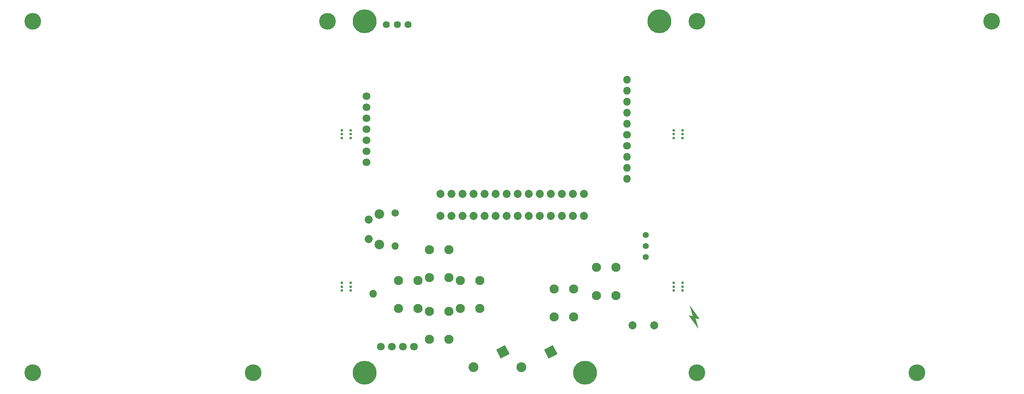
<source format=gbr>
G04 #@! TF.GenerationSoftware,KiCad,Pcbnew,(5.1.9-0-10_14)*
G04 #@! TF.CreationDate,2021-07-12T01:18:58-07:00*
G04 #@! TF.ProjectId,system,73797374-656d-42e6-9b69-6361645f7063,1.0-dev6*
G04 #@! TF.SameCoordinates,Original*
G04 #@! TF.FileFunction,Soldermask,Bot*
G04 #@! TF.FilePolarity,Negative*
%FSLAX46Y46*%
G04 Gerber Fmt 4.6, Leading zero omitted, Abs format (unit mm)*
G04 Created by KiCad (PCBNEW (5.1.9-0-10_14)) date 2021-07-12 01:18:58*
%MOMM*%
%LPD*%
G01*
G04 APERTURE LIST*
%ADD10C,0.100000*%
%ADD11O,1.801600X1.801600*%
%ADD12C,1.801600*%
%ADD13C,1.851600*%
%ADD14C,2.101600*%
%ADD15C,3.851600*%
%ADD16C,1.401600*%
%ADD17C,0.609600*%
%ADD18C,5.501599*%
%ADD19C,5.501600*%
%ADD20C,1.701600*%
%ADD21O,1.701600X1.701600*%
%ADD22C,1.625600*%
%ADD23C,2.201600*%
G04 APERTURE END LIST*
D10*
G36*
X182753000Y-138684000D02*
G01*
X181356000Y-138430000D01*
X180594000Y-135763000D01*
X182753000Y-138684000D01*
G37*
X182753000Y-138684000D02*
X181356000Y-138430000D01*
X180594000Y-135763000D01*
X182753000Y-138684000D01*
G36*
X181737000Y-138176000D02*
G01*
X182499000Y-140843000D01*
X180340000Y-137922000D01*
X181737000Y-138176000D01*
G37*
X181737000Y-138176000D02*
X182499000Y-140843000D01*
X180340000Y-137922000D01*
X181737000Y-138176000D01*
G36*
X182753000Y-138684000D02*
G01*
X181356000Y-138430000D01*
X180594000Y-135763000D01*
X182753000Y-138684000D01*
G37*
X182753000Y-138684000D02*
X181356000Y-138430000D01*
X180594000Y-135763000D01*
X182753000Y-138684000D01*
G36*
X181737000Y-138176000D02*
G01*
X182499000Y-140843000D01*
X180340000Y-137922000D01*
X181737000Y-138176000D01*
G37*
X181737000Y-138176000D02*
X182499000Y-140843000D01*
X180340000Y-137922000D01*
X181737000Y-138176000D01*
D11*
X107696000Y-132969000D03*
X166116000Y-86106000D03*
X166116000Y-101346000D03*
X166116000Y-103886000D03*
X166116000Y-106426000D03*
X166116000Y-83566000D03*
D12*
X166116000Y-98806000D03*
D11*
X166116000Y-88646000D03*
X166116000Y-91186000D03*
X166116000Y-93726000D03*
D12*
X166116000Y-96266000D03*
G36*
G01*
X142851749Y-149328620D02*
X142851749Y-149328620D01*
G75*
G02*
X142362357Y-150880772I-1020772J-531380D01*
G01*
X142362357Y-150880772D01*
G75*
G02*
X140810205Y-150391380I-531380J1020772D01*
G01*
X140810205Y-150391380D01*
G75*
G02*
X141299597Y-148839228I1020772J531380D01*
G01*
X141299597Y-148839228D01*
G75*
G02*
X142851749Y-149328620I531380J-1020772D01*
G01*
G37*
G36*
G01*
X149102848Y-144834384D02*
X150118695Y-146785807D01*
G75*
G02*
X150097092Y-146854324I-45060J-23457D01*
G01*
X148145669Y-147870171D01*
G75*
G02*
X148077152Y-147848568I-23457J45060D01*
G01*
X147061305Y-145897145D01*
G75*
G02*
X147082908Y-145828628I45060J23457D01*
G01*
X149034331Y-144812781D01*
G75*
G02*
X149102848Y-144834384I23457J-45060D01*
G01*
G37*
G36*
G01*
X131830772Y-149328620D02*
X131830772Y-149328620D01*
G75*
G02*
X131341380Y-150880772I-1020772J-531380D01*
G01*
X131341380Y-150880772D01*
G75*
G02*
X129789228Y-150391380I-531380J1020772D01*
G01*
X129789228Y-150391380D01*
G75*
G02*
X130278620Y-148839228I1020772J531380D01*
G01*
X130278620Y-148839228D01*
G75*
G02*
X131830772Y-149328620I531380J-1020772D01*
G01*
G37*
G36*
G01*
X138081871Y-144834384D02*
X139097718Y-146785807D01*
G75*
G02*
X139076115Y-146854324I-45060J-23457D01*
G01*
X137124692Y-147870171D01*
G75*
G02*
X137056175Y-147848568I-23457J45060D01*
G01*
X136040328Y-145897145D01*
G75*
G02*
X136061931Y-145828628I45060J23457D01*
G01*
X138013354Y-144812781D01*
G75*
G02*
X138081871Y-144834384I23457J-45060D01*
G01*
G37*
D13*
X156210000Y-109920000D03*
X153670000Y-109920000D03*
X151130000Y-109920000D03*
X148590000Y-109920000D03*
X146050000Y-109920000D03*
X143510000Y-109920000D03*
X140970000Y-109920000D03*
X138430000Y-109920000D03*
X135890000Y-109920000D03*
X133350000Y-109920000D03*
X130810000Y-109920000D03*
X128270000Y-109920000D03*
X125730000Y-109920000D03*
X123190000Y-109920000D03*
X123190000Y-115000000D03*
X125730000Y-115000000D03*
X128270000Y-115000000D03*
X130810000Y-115000000D03*
X133350000Y-115000000D03*
X135890000Y-115000000D03*
X156210000Y-115000000D03*
X153670000Y-115000000D03*
X151130000Y-115000000D03*
X148590000Y-115000000D03*
X146050000Y-115000000D03*
X143510000Y-115000000D03*
X138430000Y-115000000D03*
X140970000Y-115000000D03*
D12*
X106200000Y-102616000D03*
X106200000Y-100076000D03*
X106200000Y-97536000D03*
X106200000Y-94996000D03*
X106200000Y-92456000D03*
X106200000Y-89916000D03*
X106200000Y-87376000D03*
D14*
X153852000Y-138303000D03*
X149352000Y-138303000D03*
X153852000Y-131803000D03*
X149352000Y-131803000D03*
X163631000Y-133350000D03*
X159131000Y-133350000D03*
X163631000Y-126850000D03*
X159131000Y-126850000D03*
X125186000Y-129234000D03*
X120686000Y-129234000D03*
X125186000Y-122734000D03*
X120686000Y-122734000D03*
X120686000Y-136958000D03*
X125186000Y-136958000D03*
X120686000Y-143458000D03*
X125186000Y-143458000D03*
X118074000Y-136346000D03*
X113574000Y-136346000D03*
X118074000Y-129846000D03*
X113574000Y-129846000D03*
X127798000Y-129846000D03*
X132298000Y-129846000D03*
X127798000Y-136346000D03*
X132298000Y-136346000D03*
D15*
X249999500Y-70104000D03*
X232854500Y-151130000D03*
X182181500Y-70104000D03*
X182181500Y-151130000D03*
D16*
X170434000Y-121920000D03*
X170434000Y-124460000D03*
X170434000Y-119380000D03*
D15*
X97218500Y-70104000D03*
X80073500Y-151130000D03*
X29400500Y-70104000D03*
X29400500Y-151130000D03*
D17*
X178911000Y-131318000D03*
X178911000Y-130429000D03*
X178911000Y-132207000D03*
X176879000Y-130429000D03*
X176879000Y-131318000D03*
X176879000Y-132207000D03*
X176879000Y-97028000D03*
X176879000Y-96139000D03*
X176879000Y-95250000D03*
X178911000Y-97028000D03*
X178911000Y-95250000D03*
X178911000Y-96139000D03*
X100489000Y-96139000D03*
X100489000Y-97028000D03*
X100489000Y-95250000D03*
X102521000Y-97028000D03*
X102521000Y-96139000D03*
X102521000Y-95250000D03*
X102521000Y-130429000D03*
X102521000Y-131318000D03*
X102521000Y-132207000D03*
X100489000Y-130429000D03*
X100489000Y-132207000D03*
X100489000Y-131318000D03*
D18*
X105791000Y-151130000D03*
X105791000Y-70104000D03*
X156464000Y-151130000D03*
D19*
X173609000Y-70104000D03*
D13*
X172426000Y-140208000D03*
X167426000Y-140208000D03*
D20*
X112776000Y-114300000D03*
D21*
X112776000Y-121920000D03*
D22*
X110794800Y-70866000D03*
X113284000Y-70866000D03*
X115773200Y-70866000D03*
D23*
X109170000Y-121584000D03*
D13*
X106680000Y-120324000D03*
X106680000Y-115824000D03*
D23*
X109170000Y-114574000D03*
D12*
X114554000Y-145161000D03*
X112014000Y-145161000D03*
X117094000Y-145161000D03*
X109474000Y-145161000D03*
D10*
G36*
X138059490Y-144787636D02*
G01*
X138060189Y-144788400D01*
X138613427Y-145851161D01*
X139122950Y-146829945D01*
X139122099Y-146832642D01*
X137080554Y-147895403D01*
X137078556Y-147895316D01*
X137077857Y-147894552D01*
X136524619Y-146831791D01*
X136015096Y-145853007D01*
X136015119Y-145852934D01*
X136019568Y-145852934D01*
X136528167Y-146829945D01*
X137080481Y-147890931D01*
X139118478Y-146830018D01*
X138609879Y-145853007D01*
X138057565Y-144792021D01*
X136019568Y-145852934D01*
X136015119Y-145852934D01*
X136015947Y-145850310D01*
X138057492Y-144787549D01*
X138059490Y-144787636D01*
G37*
G36*
X149080467Y-144787636D02*
G01*
X149081166Y-144788400D01*
X149634404Y-145851161D01*
X150143927Y-146829945D01*
X150143076Y-146832642D01*
X148101531Y-147895403D01*
X148099533Y-147895316D01*
X148098834Y-147894552D01*
X147545596Y-146831791D01*
X147036073Y-145853007D01*
X147036096Y-145852934D01*
X147040545Y-145852934D01*
X147549144Y-146829945D01*
X148101458Y-147890931D01*
X150139455Y-146830018D01*
X149630856Y-145853007D01*
X149078542Y-144792021D01*
X147040545Y-145852934D01*
X147036096Y-145852934D01*
X147036924Y-145850310D01*
X149078469Y-144787549D01*
X149080467Y-144787636D01*
G37*
M02*

</source>
